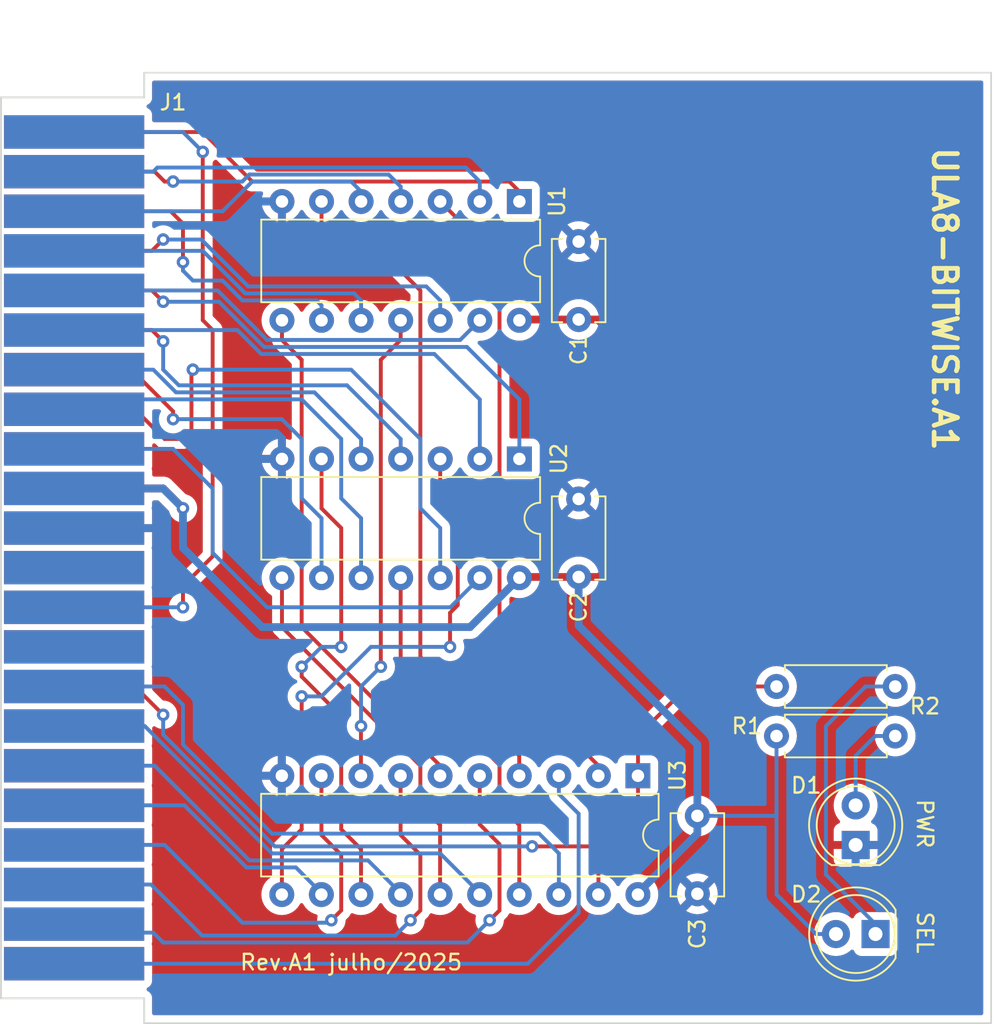
<source format=kicad_pcb>
(kicad_pcb (version 20211014) (generator pcbnew)
  (layers (0 "F.Cu" signal) (31 "B.Cu" signal) (34 "B.Paste" user) (35 "F.Paste" user) (36 "B.SilkS" user "B.Silkscreen") (37 "F.SilkS" user "F.Silkscreen") (38 "B.Mask" user) (39 "F.Mask" user) (44 "Edge.Cuts" user))
  (net 0 "")
  (net 1 "GND")
  (net 2 "+5V")
  (net 3 "Net-(D1-Pad2)")
  (net 4 "Net-(D2-Pad1)")
  (net 5 "lower_bus0")
  (net 6 "lower_bus1")
  (net 7 "lower_bus2")
  (net 8 "lower_bus3")
  (net 9 "lower_bus4")
  (net 10 "lower_bus5")
  (net 11 "lower_bus6")
  (net 12 "lower_bus7")
  (net 17 "n_select")
  (net 25 "/carry")
  (net 26 "upper_bus0")
  (net 27 "upper_bus1")
  (net 28 "upper_bus2")
  (net 29 "upper_bus3")
  (net 30 "upper_bus4")
  (net 31 "upper_bus5")
  (net 32 "upper_bus6")
  (net 33 "upper_bus7")
  (net 36 "ula_bus0")
  (net 37 "ula_bus1")
  (net 38 "ula_bus2")
  (net 39 "ula_bus3")
  (net 40 "ula_bus4")
  (net 41 "ula_bus5")
  (net 42 "ula_bus6")
  (net 43 "ula_bus7")
  (net 44 "Net-(U1-Pad3)")
  (net 45 "Net-(U1-Pad6)")
  (net 46 "Net-(U1-Pad8)")
  (net 47 "Net-(U1-Pad11)")
  (net 48 "Net-(U2-Pad3)")
  (net 49 "Net-(U2-Pad6)")
  (net 50 "Net-(U2-Pad8)")
  (net 51 "Net-(U2-Pad11)")
  (footprint "LED_THT:LED_D5.0mm" (layer "F.Cu") (at 84.46 80.01 180)
    (fp_text reference "D2" (at 4.45 2.54) (layer "F.SilkS"))
    (fp_text value "LED")
    (fp_line (start -1.29 -1.545) (end -1.29 1.545) (layer "F.SilkS") (width 0.12))
    (fp_arc (start 4.26 -0.000462) (mid 2.072002 2.880433) (end -1.29 1.54483) (layer "F.SilkS") (width 0.12))
    (fp_arc (start -1.29 -1.54483) (mid 2.072002 -2.880433) (end 4.26 0.000462) (layer "F.SilkS") (width 0.12))
    (fp_circle (center 1.27 0) (end 3.77 0) (layer "F.SilkS") (width 0.12) (fill none))
    (pad "1" thru_hole rect (at 0 0 180) (size 1.8 1.8) (drill 0.9) (layers *.Cu *.Mask) (net 4 "Net-(D2-Pad1)"))
    (pad "2" thru_hole circle (at 2.54 0 180) (size 1.8 1.8) (drill 0.9) (layers *.Cu *.Mask) (net 2 "+5V"))
  )
  (footprint "Package_DIP:DIP-20_W7.62mm" (layer "F.Cu") (at 69.21 69.86 -90)
    (fp_text reference "U3" (at -0.01 -2.545 90) (layer "F.SilkS"))
    (fp_text value "74LS244")
    (fp_line (start 2.81 -1.33) (end 1.16 -1.33) (layer "F.SilkS") (width 0.12))
    (fp_line (start 6.46 24.19) (end 6.46 -1.33) (layer "F.SilkS") (width 0.12))
    (fp_line (start 6.46 -1.33) (end 4.81 -1.33) (layer "F.SilkS") (width 0.12))
    (fp_line (start 1.16 24.19) (end 6.46 24.19) (layer "F.SilkS") (width 0.12))
    (fp_line (start 1.16 -1.33) (end 1.16 24.19) (layer "F.SilkS") (width 0.12))
    (fp_arc (start 4.81 -1.33) (mid 3.81 -0.33) (end 2.81 -1.33) (layer "F.SilkS") (width 0.12))
    (pad "1" thru_hole rect (at 0 0 270) (size 1.6 1.6) (drill 0.8) (layers *.Cu *.Mask) (net 17 "n_select"))
    (pad "2" thru_hole oval (at 0 2.54 270) (size 1.6 1.6) (drill 0.8) (layers *.Cu *.Mask) (net 44 "Net-(U1-Pad3)"))
    (pad "3" thru_hole oval (at 0 5.08 270) (size 1.6 1.6) (drill 0.8) (layers *.Cu *.Mask) (net 43 "ula_bus7"))
    (pad "4" thru_hole oval (at 0 7.62 270) (size 1.6 1.6) (drill 0.8) (layers *.Cu *.Mask) (net 45 "Net-(U1-Pad6)"))
    (pad "5" thru_hole oval (at 0 10.16 270) (size 1.6 1.6) (drill 0.8) (layers *.Cu *.Mask) (net 42 "ula_bus6"))
    (pad "6" thru_hole oval (at 0 12.7 270) (size 1.6 1.6) (drill 0.8) (layers *.Cu *.Mask) (net 46 "Net-(U1-Pad8)"))
    (pad "7" thru_hole oval (at 0 15.24 270) (size 1.6 1.6) (drill 0.8) (layers *.Cu *.Mask) (net 41 "ula_bus5"))
    (pad "8" thru_hole oval (at 0 17.78 270) (size 1.6 1.6) (drill 0.8) (layers *.Cu *.Mask) (net 47 "Net-(U1-Pad11)"))
    (pad "9" thru_hole oval (at 0 20.32 270) (size 1.6 1.6) (drill 0.8) (layers *.Cu *.Mask) (net 40 "ula_bus4"))
    (pad "10" thru_hole oval (at 0 22.86 270) (size 1.6 1.6) (drill 0.8) (layers *.Cu *.Mask) (net 1 "GND"))
    (pad "11" thru_hole oval (at 7.62 22.86 270) (size 1.6 1.6) (drill 0.8) (layers *.Cu *.Mask) (net 48 "Net-(U2-Pad3)"))
    (pad "12" thru_hole oval (at 7.62 20.32 270) (size 1.6 1.6) (drill 0.8) (layers *.Cu *.Mask) (net 39 "ula_bus3"))
    (pad "13" thru_hole oval (at 7.62 17.78 270) (size 1.6 1.6) (drill 0.8) (layers *.Cu *.Mask) (net 49 "Net-(U2-Pad6)"))
    (pad "14" thru_hole oval (at 7.62 15.24 270) (size 1.6 1.6) (drill 0.8) (layers *.Cu *.Mask) (net 38 "ula_bus2"))
    (pad "15" thru_hole oval (at 7.62 12.7 270) (size 1.6 1.6) (drill 0.8) (layers *.Cu *.Mask) (net 50 "Net-(U2-Pad8)"))
    (pad "16" thru_hole oval (at 7.62 10.16 270) (size 1.6 1.6) (drill 0.8) (layers *.Cu *.Mask) (net 37 "ula_bus1"))
    (pad "17" thru_hole oval (at 7.62 7.62 270) (size 1.6 1.6) (drill 0.8) (layers *.Cu *.Mask) (net 51 "Net-(U2-Pad11)"))
    (pad "18" thru_hole oval (at 7.62 5.08 270) (size 1.6 1.6) (drill 0.8) (layers *.Cu *.Mask) (net 36 "ula_bus0"))
    (pad "19" thru_hole oval (at 7.62 2.54 270) (size 1.6 1.6) (drill 0.8) (layers *.Cu *.Mask) (net 17 "n_select"))
    (pad "20" thru_hole oval (at 7.62 0 270) (size 1.6 1.6) (drill 0.8) (layers *.Cu *.Mask) (net 2 "+5V"))
  )
  (footprint "Resistor_THT:R_Axial_DIN0207_L6.3mm_D2.5mm_P7.62mm_Horizontal" (layer "F.Cu") (at 85.725 64.135 180)
    (fp_text reference "R2" (at -1.905 -1.27) (layer "F.SilkS"))
    (fp_text value "1K")
    (fp_line (start 0.54 -1.04) (end 0.54 -1.37) (layer "F.SilkS") (width 0.12))
    (fp_line (start 0.54 1.37) (end 7.08 1.37) (layer "F.SilkS") (width 0.12))
    (fp_line (start 0.54 1.04) (end 0.54 1.37) (layer "F.SilkS") (width 0.12))
    (fp_line (start 7.08 1.37) (end 7.08 1.04) (layer "F.SilkS") (width 0.12))
    (fp_line (start 0.54 -1.37) (end 7.08 -1.37) (layer "F.SilkS") (width 0.12))
    (fp_line (start 7.08 -1.37) (end 7.08 -1.04) (layer "F.SilkS") (width 0.12))
    (pad "1" thru_hole circle (at 0 0 180) (size 1.6 1.6) (drill 0.8) (layers *.Cu *.Mask) (net 4 "Net-(D2-Pad1)"))
    (pad "2" thru_hole oval (at 7.62 0 180) (size 1.6 1.6) (drill 0.8) (layers *.Cu *.Mask) (net 17 "n_select"))
  )
  (footprint "Resistor_THT:R_Axial_DIN0207_L6.3mm_D2.5mm_P7.62mm_Horizontal" (layer "F.Cu") (at 78.105 67.31)
    (fp_text reference "R1" (at -1.905 -0.635) (layer "F.SilkS"))
    (fp_text value "1K")
    (fp_line (start 7.08 1.37) (end 7.08 1.04) (layer "F.SilkS") (width 0.12))
    (fp_line (start 0.54 -1.37) (end 7.08 -1.37) (layer "F.SilkS") (width 0.12))
    (fp_line (start 0.54 -1.04) (end 0.54 -1.37) (layer "F.SilkS") (width 0.12))
    (fp_line (start 0.54 1.04) (end 0.54 1.37) (layer "F.SilkS") (width 0.12))
    (fp_line (start 7.08 -1.37) (end 7.08 -1.04) (layer "F.SilkS") (width 0.12))
    (fp_line (start 0.54 1.37) (end 7.08 1.37) (layer "F.SilkS") (width 0.12))
    (pad "1" thru_hole circle (at 0 0) (size 1.6 1.6) (drill 0.8) (layers *.Cu *.Mask) (net 2 "+5V"))
    (pad "2" thru_hole oval (at 7.62 0) (size 1.6 1.6) (drill 0.8) (layers *.Cu *.Mask) (net 3 "Net-(D1-Pad2)"))
  )
  (footprint "Package_DIP:DIP-14_W7.62mm" (layer "F.Cu") (at 61.6 49.54 -90)
    (fp_text reference "U2" (at -0.01 -2.535 90) (layer "F.SilkS"))
    (fp_text value "74LS32")
    (fp_line (start 6.46 -1.33) (end 4.81 -1.33) (layer "F.SilkS") (width 0.12))
    (fp_line (start 2.81 -1.33) (end 1.16 -1.33) (layer "F.SilkS") (width 0.12))
    (fp_line (start 1.16 -1.33) (end 1.16 16.57) (layer "F.SilkS") (width 0.12))
    (fp_line (start 1.16 16.57) (end 6.46 16.57) (layer "F.SilkS") (width 0.12))
    (fp_line (start 6.46 16.57) (end 6.46 -1.33) (layer "F.SilkS") (width 0.12))
    (fp_arc (start 4.81 -1.33) (mid 3.81 -0.33) (end 2.81 -1.33) (layer "F.SilkS") (width 0.12))
    (pad "1" thru_hole rect (at 0 0 270) (size 1.6 1.6) (drill 0.8) (layers *.Cu *.Mask) (net 9 "lower_bus4"))
    (pad "2" thru_hole oval (at 0 2.54 270) (size 1.6 1.6) (drill 0.8) (layers *.Cu *.Mask) (net 30 "upper_bus4"))
    (pad "3" thru_hole oval (at 0 5.08 270) (size 1.6 1.6) (drill 0.8) (layers *.Cu *.Mask) (net 48 "Net-(U2-Pad3)"))
    (pad "4" thru_hole oval (at 0 7.62 270) (size 1.6 1.6) (drill 0.8) (layers *.Cu *.Mask) (net 10 "lower_bus5"))
    (pad "5" thru_hole oval (at 0 10.16 270) (size 1.6 1.6) (drill 0.8) (layers *.Cu *.Mask) (net 31 "upper_bus5"))
    (pad "6" thru_hole oval (at 0 12.7 270) (size 1.6 1.6) (drill 0.8) (layers *.Cu *.Mask) (net 49 "Net-(U2-Pad6)"))
    (pad "7" thru_hole oval (at 0 15.24 270) (size 1.6 1.6) (drill 0.8) (layers *.Cu *.Mask) (net 1 "GND"))
    (pad "8" thru_hole oval (at 7.62 15.24 270) (size 1.6 1.6) (drill 0.8) (layers *.Cu *.Mask) (net 50 "Net-(U2-Pad8)"))
    (pad "9" thru_hole oval (at 7.62 12.7 270) (size 1.6 1.6) (drill 0.8) (layers *.Cu *.Mask) (net 11 "lower_bus6"))
    (pad "10" thru_hole oval (at 7.62 10.16 270) (size 1.6 1.6) (drill 0.8) (layers *.Cu *.Mask) (net 32 "upper_bus6"))
    (pad "11" thru_hole oval (at 7.62 7.62 270) (size 1.6 1.6) (drill 0.8) (layers *.Cu *.Mask) (net 51 "Net-(U2-Pad11)"))
    (pad "12" thru_hole oval (at 7.62 5.08 270) (size 1.6 1.6) (drill 0.8) (layers *.Cu *.Mask) (net 12 "lower_bus7"))
    (pad "13" thru_hole oval (at 7.62 2.54 270) (size 1.6 1.6) (drill 0.8) (layers *.Cu *.Mask) (net 33 "upper_bus7"))
    (pad "14" thru_hole oval (at 7.62 0 270) (size 1.6 1.6) (drill 0.8) (layers *.Cu *.Mask) (net 2 "+5V"))
  )
  (footprint "Capacitor_THT:C_Disc_D5.1mm_W3.2mm_P5.00mm" (layer "F.Cu") (at 73.025 77.43 90)
    (fp_text reference "C3" (at -2.58 0 90) (layer "F.SilkS"))
    (fp_text value "100nF")
    (fp_line (start -0.17 1.721) (end 5.17 1.721) (layer "F.SilkS") (width 0.12))
    (fp_line (start 5.17 1.055) (end 5.17 1.721) (layer "F.SilkS") (width 0.12))
    (fp_line (start -0.17 -1.721) (end -0.17 -1.055) (layer "F.SilkS") (width 0.12))
    (fp_line (start 5.17 -1.721) (end 5.17 -1.055) (layer "F.SilkS") (width 0.12))
    (fp_line (start -0.17 -1.721) (end 5.17 -1.721) (layer "F.SilkS") (width 0.12))
    (fp_line (start -0.17 1.055) (end -0.17 1.721) (layer "F.SilkS") (width 0.12))
    (pad "1" thru_hole circle (at 0 0 90) (size 1.6 1.6) (drill 0.8) (layers *.Cu *.Mask) (net 1 "GND"))
    (pad "2" thru_hole circle (at 5 0 90) (size 1.6 1.6) (drill 0.8) (layers *.Cu *.Mask) (net 2 "+5V"))
  )
  (footprint "LED_THT:LED_D5.0mm" (layer "F.Cu") (at 83.185 74.3 90)
    (fp_text reference "D1" (at 3.815 -3.175 180) (layer "F.SilkS"))
    (fp_text value "LED")
    (fp_line (start -1.29 -1.545) (end -1.29 1.545) (layer "F.SilkS") (width 0.12))
    (fp_arc (start -1.29 -1.54483) (mid 2.072002 -2.880433) (end 4.26 0.000462) (layer "F.SilkS") (width 0.12))
    (fp_arc (start 4.26 -0.000462) (mid 2.072002 2.880433) (end -1.29 1.54483) (layer "F.SilkS") (width 0.12))
    (fp_circle (center 1.27 0) (end 3.77 0) (layer "F.SilkS") (width 0.12) (fill none))
    (pad "1" thru_hole rect (at 0 0 90) (size 1.8 1.8) (drill 0.9) (layers *.Cu *.Mask) (net 1 "GND"))
    (pad "2" thru_hole circle (at 2.54 0 90) (size 1.8 1.8) (drill 0.9) (layers *.Cu *.Mask) (net 3 "Net-(D1-Pad2)"))
  )
  (footprint "Capacitor_THT:C_Disc_D5.1mm_W3.2mm_P5.00mm" (layer "F.Cu") (at 65.405 35.6 -90)
    (fp_text reference "C1" (at 6.945 0 90) (layer "F.SilkS"))
    (fp_text value "100nF")
    (fp_line (start -0.17 -1.721) (end 5.17 -1.721) (layer "F.SilkS") (width 0.12))
    (fp_line (start 5.17 1.055) (end 5.17 1.721) (layer "F.SilkS") (width 0.12))
    (fp_line (start -0.17 1.055) (end -0.17 1.721) (layer "F.SilkS") (width 0.12))
    (fp_line (start -0.17 1.721) (end 5.17 1.721) (layer "F.SilkS") (width 0.12))
    (fp_line (start 5.17 -1.721) (end 5.17 -1.055) (layer "F.SilkS") (width 0.12))
    (fp_line (start -0.17 -1.721) (end -0.17 -1.055) (layer "F.SilkS") (width 0.12))
    (pad "1" thru_hole circle (at 0 0 270) (size 1.6 1.6) (drill 0.8) (layers *.Cu *.Mask) (net 1 "GND"))
    (pad "2" thru_hole circle (at 5 0 270) (size 1.6 1.6) (drill 0.8) (layers *.Cu *.Mask) (net 2 "+5V"))
  )
  (footprint "Capacitor_THT:C_Disc_D5.1mm_W3.2mm_P5.00mm" (layer "F.Cu") (at 65.405 52.11 -90)
    (fp_text reference "C2" (at 6.945 0 90) (layer "F.SilkS"))
    (fp_text value "100nF")
    (fp_line (start 5.17 1.055) (end 5.17 1.721) (layer "F.SilkS") (width 0.12))
    (fp_line (start -0.17 -1.721) (end -0.17 -1.055) (layer "F.SilkS") (width 0.12))
    (fp_line (start -0.17 1.055) (end -0.17 1.721) (layer "F.SilkS") (width 0.12))
    (fp_line (start 5.17 -1.721) (end 5.17 -1.055) (layer "F.SilkS") (width 0.12))
    (fp_line (start -0.17 1.721) (end 5.17 1.721) (layer "F.SilkS") (width 0.12))
    (fp_line (start -0.17 -1.721) (end 5.17 -1.721) (layer "F.SilkS") (width 0.12))
    (pad "1" thru_hole circle (at 0 0 270) (size 1.6 1.6) (drill 0.8) (layers *.Cu *.Mask) (net 1 "GND"))
    (pad "2" thru_hole circle (at 5 0 270) (size 1.6 1.6) (drill 0.8) (layers *.Cu *.Mask) (net 2 "+5V"))
  )
  (footprint "edge_connector:edge-connector-44" (layer "F.Cu") (at 33.02 28.575)
    (fp_text reference "J1" (at 6.35 -1.905 unlocked) (layer "F.SilkS"))
    (fp_text value "ula8a")
    (fp_line (start 4.5 55.56) (end 4.5 57.15) (layer "Edge.Cuts") (width 0.12))
    (fp_line (start -4.699 -2.22) (end -4.699 55.56) (layer "Edge.Cuts") (width 0.12))
    (fp_line (start 4.5 -2.22) (end 4.5 -3.81) (layer "Edge.Cuts") (width 0.12))
    (fp_line (start -4.699 55.56) (end 4.5 55.56) (layer "Edge.Cuts") (width 0.12))
    (fp_line (start -4.699 -2.22) (end 4.5 -2.22) (layer "Edge.Cuts") (width 0.12))
    (pad "1" connect rect (at 0 0) (size 9 2.14) (layers "F.Cu" "F.Mask") (net 5 "lower_bus0"))
    (pad "2" connect rect (at 0 2.54) (size 9 2.14) (layers "F.Cu" "F.Mask") (net 6 "lower_bus1"))
    (pad "3" connect rect (at 0 5.08) (size 9 2.14) (layers "F.Cu" "F.Mask") (net 7 "lower_bus2"))
    (pad "4" connect rect (at 0 7.62) (size 9 2.14) (layers "F.Cu" "F.Mask") (net 8 "lower_bus3"))
    (pad "5" connect rect (at 0 10.16) (size 9 2.14) (layers "F.Cu" "F.Mask") (net 9 "lower_bus4"))
    (pad "6" connect rect (at 0 12.7) (size 9 2.14) (layers "F.Cu" "F.Mask") (net 10 "lower_bus5"))
    (pad "7" connect rect (at 0 15.24) (size 9 2.14) (layers "F.Cu" "F.Mask") (net 11 "lower_bus6"))
    (pad "8" connect rect (at 0 17.78) (size 9 2.14) (layers "F.Cu" "F.Mask") (net 12 "lower_bus7"))
    (pad "9" connect rect (at 0 20.32) (size 9 2.14) (layers "F.Cu" "F.Mask"))
    (pad "10" connect rect (at 0 22.86) (size 9 2.14) (layers "F.Cu" "F.Mask") (net 2 "+5V"))
    (pad "11" connect rect (at 0 25.4) (size 9 2.14) (layers "F.Cu" "F.Mask") (net 1 "GND"))
    (pad "12" connect rect (at 0 27.94) (size 9 2.14) (layers "F.Cu" "F.Mask"))
    (pad "13" connect rect (at 0 30.48) (size 9 2.14) (layers "F.Cu" "F.Mask"))
    (pad "14" connect rect (at 0 33.02) (size 9 2.14) (layers "F.Cu" "F.Mask"))
    (pad "15" connect rect (at 0 35.56) (size 9 2.14) (layers "F.Cu" "F.Mask") (net 17 "n_select"))
    (pad "16" connect rect (at 0 38.1) (size 9 2.14) (layers "F.Cu" "F.Mask"))
    (pad "17" connect rect (at 0 40.64) (size 9 2.14) (layers "F.Cu" "F.Mask"))
    (pad "18" connect rect (at 0 43.18) (size 9 2.14) (layers "F.Cu" "F.Mask"))
    (pad "19" connect rect (at 0 45.72) (size 9 2.14) (layers "F.Cu" "F.Mask"))
    (pad "20" connect rect (at 0 48.26) (size 9 2.14) (layers "F.Cu" "F.Mask"))
    (pad "21" connect rect (at 0 50.8) (size 9 2.14) (layers "F.Cu" "F.Mask"))
    (pad "22" connect rect (at 0 53.34) (size 9 2.14) (layers "F.Cu" "F.Mask"))
    (pad "23" connect rect (at 0 0) (size 9 2.14) (layers "B.Cu" "F.Mask") (net 25 "/carry"))
    (pad "24" connect rect (at 0 2.54) (size 9 2.14) (layers "B.Cu" "F.Mask") (net 26 "upper_bus0"))
    (pad "25" connect rect (at 0 5.08) (size 9 2.14) (layers "B.Cu" "F.Mask") (net 27 "upper_bus1"))
    (pad "26" connect rect (at 0 7.62) (size 9 2.14) (layers "B.Cu" "F.Mask") (net 28 "upper_bus2"))
    (pad "27" connect rect (at 0 10.16) (size 9 2.14) (layers "B.Cu" "F.Mask") (net 29 "upper_bus3"))
    (pad "28" connect rect (at 0 12.7) (size 9 2.14) (layers "B.Cu" "F.Mask") (net 30 "upper_bus4"))
    (pad "29" connect rect (at 0 15.24) (size 9 2.14) (layers "B.Cu" "F.Mask") (net 31 "upper_bus5"))
    (pad "30" connect rect (at 0 17.78) (size 9 2.14) (layers "B.Cu" "F.Mask") (net 32 "upper_bus6"))
    (pad "31" connect rect (at 0 20.32) (size 9 2.14) (layers "B.Cu" "F.Mask") (net 33 "upper_bus7"))
    (pad "32" connect rect (at 0 22.86) (size 9 2.14) (layers "B.Cu" "F.Mask") (net 2 "+5V"))
    (pad "33" connect rect (at 0 25.4) (size 9 2.14) (layers "B.Cu" "F.Mask") (net 1 "GND"))
    (pad "34" connect rect (at 0 27.94) (size 9 2.14) (layers "B.Cu" "F.Mask"))
    (pad "35" connect rect (at 0 30.48) (size 9 2.14) (layers "B.Cu" "F.Mask") (net 25 "/carry"))
    (pad "36" connect rect (at 0 33.02) (size 9 2.14) (layers "B.Cu" "F.Mask"))
    (pad "37" connect rect (at 0 35.56) (size 9 2.14) (layers "B.Cu" "F.Mask") (net 36 "ula_bus0"))
    (pad "38" connect rect (at 0 38.1) (size 9 2.14) (layers "B.Cu" "F.Mask") (net 37 "ula_bus1"))
    (pad "39" connect rect (at 0 40.64) (size 9 2.14) (layers "B.Cu" "F.Mask") (net 38 "ula_bus2"))
    (pad "40" connect rect (at 0 43.18) (size 9 2.14) (layers "B.Cu" "F.Mask") (net 39 "ula_bus3"))
    (pad "41" connect rect (at 0 45.72) (size 9 2.14) (layers "B.Cu" "F.Mask") (net 40 "ula_bus4"))
    (pad "42" connect rect (at 0 48.26) (size 9 2.14) (layers "B.Cu" "F.Mask") (net 41 "ula_bus5"))
    (pad "43" connect rect (at 0 50.8) (size 9 2.14) (layers "B.Cu" "F.Mask") (net 42 "ula_bus6"))
    (pad "44" connect rect (at 0 53.34) (size 9 2.14) (layers "B.Cu" "F.Mask") (net 43 "ula_bus7"))
  )
  (footprint "Package_DIP:DIP-14_W7.62mm" (layer "F.Cu") (at 61.6 33.03 -90)
    (fp_text reference "U1" (at -0.01 -2.417 90) (layer "F.SilkS"))
    (fp_text value "74LS32")
    (fp_line (start 6.46 16.57) (end 6.46 -1.33) (layer "F.SilkS") (width 0.12))
    (fp_line (start 2.81 -1.33) (end 1.16 -1.33) (layer "F.SilkS") (width 0.12))
    (fp_line (start 1.16 16.57) (end 6.46 16.57) (layer "F.SilkS") (width 0.12))
    (fp_line (start 6.46 -1.33) (end 4.81 -1.33) (layer "F.SilkS") (width 0.12))
    (fp_line (start 1.16 -1.33) (end 1.16 16.57) (layer "F.SilkS") (width 0.12))
    (fp_arc (start 4.81 -1.33) (mid 3.81 -0.33) (end 2.81 -1.33) (layer "F.SilkS") (width 0.12))
    (pad "1" thru_hole rect (at 0 0 270) (size 1.6 1.6) (drill 0.8) (layers *.Cu *.Mask) (net 5 "lower_bus0"))
    (pad "2" thru_hole oval (at 0 2.54 270) (size 1.6 1.6) (drill 0.8) (layers *.Cu *.Mask) (net 26 "upper_bus0"))
    (pad "3" thru_hole oval (at 0 5.08 270) (size 1.6 1.6) (drill 0.8) (layers *.Cu *.Mask) (net 44 "Net-(U1-Pad3)"))
    (pad "4" thru_hole oval (at 0 7.62 270) (size 1.6 1.6) (drill 0.8) (layers *.Cu *.Mask) (net 6 "lower_bus1"))
    (pad "5" thru_hole oval (at 0 10.16 270) (size 1.6 1.6) (drill 0.8) (layers *.Cu *.Mask) (net 27 "upper_bus1"))
    (pad "6" thru_hole oval (at 0 12.7 270) (size 1.6 1.6) (drill 0.8) (layers *.Cu *.Mask) (net 45 "Net-(U1-Pad6)"))
    (pad "7" thru_hole oval (at 0 15.24 270) (size 1.6 1.6) (drill 0.8) (layers *.Cu *.Mask) (net 1 "GND"))
    (pad "8" thru_hole oval (at 7.62 15.24 270) (size 1.6 1.6) (drill 0.8) (layers *.Cu *.Mask) (net 46 "Net-(U1-Pad8)"))
    (pad "9" thru_hole oval (at 7.62 12.7 270) (size 1.6 1.6) (drill 0.8) (layers *.Cu *.Mask) (net 7 "lower_bus2"))
    (pad "10" thru_hole oval (at 7.62 10.16 270) (size 1.6 1.6) (drill 0.8) (layers *.Cu *.Mask) (net 28 "upper_bus2"))
    (pad "11" thru_hole oval (at 7.62 7.62 270) (size 1.6 1.6) (drill 0.8) (layers *.Cu *.Mask) (net 47 "Net-(U1-Pad11)"))
    (pad "12" thru_hole oval (at 7.62 5.08 270) (size 1.6 1.6) (drill 0.8) (layers *.Cu *.Mask) (net 8 "lower_bus3"))
    (pad "13" thru_hole oval (at 7.62 2.54 270) (size 1.6 1.6) (drill 0.8) (layers *.Cu *.Mask) (net 29 "upper_bus3"))
    (pad "14" thru_hole oval (at 7.62 0 270) (size 1.6 1.6) (drill 0.8) (layers *.Cu *.Mask) (net 2 "+5V"))
  )
  (gr_line (start 91.881 85.725) (end 91.881 24.765) (layer "Edge.Cuts") (width 0.1))
  (gr_line (start 91.881 24.765) (end 37.52 24.765) (layer "Edge.Cuts") (width 0.1))
  (gr_line (start 37.52 85.725) (end 91.881 85.725) (layer "Edge.Cuts") (width 0.1))
  (gr_text "ULA8-BITWISE.A1" (at 88.9 39.28 270) (layer "F.SilkS") (effects (font (size 1.5 1.5) (thickness 0.3))))
  (gr_text "SEL" (at 87.63 79.92 270) (layer "F.SilkS") (effects (font (size 1 1))))
  (gr_text "Rev.A1 julho/2025" (at 50.8 81.825) (layer "F.SilkS") (effects (font (size 1 1))))
  (gr_text "PWR" (at 87.63 72.935 270) (layer "F.SilkS") (effects (font (size 1 1))))
  (segment (start 65.405 40.6) (end 61.65 40.6) (width 0.5) (layer "F.Cu") (net 2))
  (segment (start 66.715 57.11) (end 67.31 56.515) (width 0.5) (layer "F.Cu") (net 2))
  (segment (start 61.65 57.11) (end 61.6 57.16) (width 0.5) (layer "F.Cu") (net 2))
  (segment (start 67.31 56.515) (end 67.31 41.275) (width 0.5) (layer "F.Cu") (net 2))
  (segment (start 61.65 40.6) (end 61.6 40.65) (width 0.5) (layer "F.Cu") (net 2))
  (segment (start 40.005 52.705) (end 38.735 51.435) (width 0.5) (layer "F.Cu") (net 2))
  (segment (start 66.635 40.6) (end 65.405 40.6) (width 0.5) (layer "F.Cu") (net 2))
  (segment (start 38.735 51.435) (end 33.214 51.435) (width 0.5) (layer "F.Cu") (net 2))
  (segment (start 67.31 41.275) (end 66.635 40.6) (width 0.5) (layer "F.Cu") (net 2))
  (segment (start 65.405 57.11) (end 61.65 57.11) (width 0.5) (layer "F.Cu") (net 2))
  (segment (start 65.405 57.11) (end 66.715 57.11) (width 0.5) (layer "F.Cu") (net 2))
  (via (at 40.005 52.705) (size 0.8) (drill 0.4) (layers "F.Cu" "B.Cu") (net 2))
  (segment (start 78.065 72.43) (end 78.105 72.39) (width 0.25) (layer "B.Cu") (net 2))
  (segment (start 80.645 80.01) (end 81.92 80.01) (width 0.25) (layer "B.Cu") (net 2))
  (segment (start 73.025 67.855) (end 73.025 73.57) (width 0.5) (layer "B.Cu") (net 2))
  (segment (start 58.435 60.325) (end 61.6 57.16) (width 0.5) (layer "B.Cu") (net 2))
  (segment (start 65.405 60.235) (end 65.405 57.11) (width 0.5) (layer "B.Cu") (net 2))
  (segment (start 78.105 67.31) (end 78.105 71.755) (width 0.25) (layer "B.Cu") (net 2))
  (segment (start 73.025 67.855) (end 65.405 60.235) (width 0.5) (layer "B.Cu") (net 2))
  (segment (start 40.005 52.705) (end 38.735 51.435) (width 0.5) (layer "B.Cu") (net 2))
  (segment (start 40.005 52.705) (end 40.005 55.245) (width 0.5) (layer "B.Cu") (net 2))
  (segment (start 45.085 60.325) (end 58.435 60.325) (width 0.5) (layer "B.Cu") (net 2))
  (segment (start 78.105 71.755) (end 78.105 77.47) (width 0.25) (layer "B.Cu") (net 2))
  (segment (start 73.025 72.43) (end 78.065 72.43) (width 0.25) (layer "B.Cu") (net 2))
  (segment (start 38.735 51.435) (end 33.214 51.435) (width 0.5) (layer "B.Cu") (net 2))
  (segment (start 73.025 73.57) (end 69.215 77.38) (width 0.5) (layer "B.Cu") (net 2))
  (segment (start 78.105 72.39) (end 78.105 71.755) (width 0.25) (layer "B.Cu") (net 2))
  (segment (start 40.005 55.245) (end 45.085 60.325) (width 0.5) (layer "B.Cu") (net 2))
  (segment (start 78.105 77.47) (end 80.645 80.01) (width 0.25) (layer "B.Cu") (net 2))
  (segment (start 84.455 67.31) (end 85.725 67.31) (width 0.25) (layer "B.Cu") (net 3))
  (segment (start 83.185 71.76) (end 83.185 68.58) (width 0.25) (layer "B.Cu") (net 3))
  (segment (start 83.185 68.58) (end 84.455 67.31) (width 0.25) (layer "B.Cu") (net 3))
  (segment (start 84.46 80.01) (end 84.46 79.38) (width 0.25) (layer "B.Cu") (net 4))
  (segment (start 83.82 64.135) (end 85.725 64.135) (width 0.25) (layer "B.Cu") (net 4))
  (segment (start 81.28 66.675) (end 83.82 64.135) (width 0.25) (layer "B.Cu") (net 4))
  (segment (start 84.46 79.38) (end 81.28 76.2) (width 0.25) (layer "B.Cu") (net 4))
  (segment (start 81.28 76.2) (end 81.28 66.675) (width 0.25) (layer "B.Cu") (net 4))
  (segment (start 41.275 28.575) (end 44.45 31.75) (width 0.25) (layer "F.Cu") (net 5))
  (segment (start 44.45 31.75) (end 60.9575 31.75) (width 0.25) (layer "F.Cu") (net 5))
  (segment (start 60.9575 31.75) (end 61.6 32.3925) (width 0.25) (layer "F.Cu") (net 5))
  (segment (start 61.6 32.3925) (end 61.6 33.03) (width 0.25) (layer "F.Cu") (net 5))
  (segment (start 33.214 28.575) (end 41.275 28.575) (width 0.25) (layer "F.Cu") (net 5))
  (segment (start 38.19 31.115) (end 33.214 31.115) (width 0.25) (layer "F.Cu") (net 6))
  (segment (start 38.825 31.75) (end 38.19 31.115) (width 0.25) (layer "F.Cu") (net 6))
  (segment (start 39.37 31.75) (end 38.825 31.75) (width 0.25) (layer "F.Cu") (net 6))
  (via (at 39.37 31.75) (size 0.8) (drill 0.4) (layers "F.Cu" "B.Cu") (net 6))
  (segment (start 43.814282 31.75) (end 44.263802 31.30048) (width 0.25) (layer "B.Cu") (net 6))
  (segment (start 44.263802 31.30048) (end 53.20548 31.30048) (width 0.25) (layer "B.Cu") (net 6))
  (segment (start 39.37 31.75) (end 43.814282 31.75) (width 0.25) (layer "B.Cu") (net 6))
  (segment (start 53.98 32.075) (end 53.98 33.03) (width 0.25) (layer "B.Cu") (net 6))
  (segment (start 53.20548 31.30048) (end 53.98 32.075) (width 0.25) (layer "B.Cu") (net 6))
  (segment (start 40.005 36.9195) (end 40.005 34.445886) (width 0.25) (layer "F.Cu") (net 7))
  (segment (start 40.005 34.445886) (end 39.214114 33.655) (width 0.25) (layer "F.Cu") (net 7))
  (segment (start 39.214114 33.655) (end 33.214 33.655) (width 0.25) (layer "F.Cu") (net 7))
  (via (at 40.005 36.9195) (size 0.8) (drill 0.4) (layers "F.Cu" "B.Cu") (net 7))
  (segment (start 40.005 36.9195) (end 40.005 37.465) (width 0.25) (layer "B.Cu") (net 7))
  (segment (start 43.82 39.375) (end 48.58 39.375) (width 0.25) (layer "B.Cu") (net 7))
  (segment (start 42.545 38.1) (end 43.82 39.375) (width 0.25) (layer "B.Cu") (net 7))
  (segment (start 40.005 37.465) (end 40.64 38.1) (width 0.25) (layer "B.Cu") (net 7))
  (segment (start 48.9 39.695) (end 48.9 40.65) (width 0.25) (layer "B.Cu") (net 7))
  (segment (start 48.58 39.375) (end 48.9 39.695) (width 0.25) (layer "B.Cu") (net 7))
  (segment (start 40.64 38.1) (end 42.545 38.1) (width 0.25) (layer "B.Cu") (net 7))
  (segment (start 38.735 35.4705) (end 38.0105 36.195) (width 0.25) (layer "F.Cu") (net 8))
  (segment (start 38.0105 36.195) (end 33.214 36.195) (width 0.25) (layer "F.Cu") (net 8))
  (via (at 38.735 35.4705) (size 0.8) (drill 0.4) (layers "F.Cu" "B.Cu") (net 8))
  (segment (start 44.192395 38.47596) (end 55.62096 38.47596) (width 0.25) (layer "B.Cu") (net 8))
  (segment (start 56.52 39.375) (end 56.52 40.65) (width 0.25) (layer "B.Cu") (net 8))
  (segment (start 55.62096 38.47596) (end 56.52 39.375) (width 0.25) (layer "B.Cu") (net 8))
  (segment (start 41.186935 35.4705) (end 44.192395 38.47596) (width 0.25) (layer "B.Cu") (net 8))
  (segment (start 38.735 35.4705) (end 41.186935 35.4705) (width 0.25) (layer "B.Cu") (net 8))
  (segment (start 38.0105 38.735) (end 33.214 38.735) (width 0.25) (layer "F.Cu") (net 9))
  (segment (start 38.735 39.4595) (end 38.0105 38.735) (width 0.25) (layer "F.Cu") (net 9))
  (via (at 38.735 39.4595) (size 0.8) (drill 0.4) (layers "F.Cu" "B.Cu") (net 9))
  (segment (start 38.735 39.4595) (end 42.316282 39.4595) (width 0.25) (layer "B.Cu") (net 9))
  (segment (start 42.316282 39.4595) (end 45.216303 42.35952) (width 0.25) (layer "B.Cu") (net 9))
  (segment (start 61.6 45.725) (end 61.6 49.54) (width 0.25) (layer "B.Cu") (net 9))
  (segment (start 58.23452 42.35952) (end 61.6 45.725) (width 0.25) (layer "B.Cu") (net 9))
  (segment (start 45.216303 42.35952) (end 58.23452 42.35952) (width 0.25) (layer "B.Cu") (net 9))
  (segment (start 38.0105 41.275) (end 33.214 41.275) (width 0.25) (layer "F.Cu") (net 10))
  (segment (start 38.735 41.9995) (end 38.0105 41.275) (width 0.25) (layer "F.Cu") (net 10))
  (via (at 38.735 41.9995) (size 0.8) (drill 0.4) (layers "F.Cu" "B.Cu") (net 10))
  (segment (start 38.735 43.814282) (end 39.741678 44.82096) (width 0.25) (layer "B.Cu") (net 10))
  (segment (start 53.98 48.265) (end 53.98 49.54) (width 0.25) (layer "B.Cu") (net 10))
  (segment (start 38.735 41.9995) (end 38.735 43.814282) (width 0.25) (layer "B.Cu") (net 10))
  (segment (start 39.741678 44.82096) (end 50.53596 44.82096) (width 0.25) (layer "B.Cu") (net 10))
  (segment (start 50.53596 44.82096) (end 53.98 48.265) (width 0.25) (layer "B.Cu") (net 10))
  (segment (start 39.37 46.99) (end 39.37 46.485978) (width 0.25) (layer "F.Cu") (net 11))
  (segment (start 36.699022 43.815) (end 33.214 43.815) (width 0.25) (layer "F.Cu") (net 11))
  (segment (start 39.37 46.485978) (end 36.699022 43.815) (width 0.25) (layer "F.Cu") (net 11))
  (via (at 39.37 46.99) (size 0.8) (drill 0.4) (layers "F.Cu" "B.Cu") (net 11))
  (segment (start 48.9 53.345) (end 48.9 57.16) (width 0.25) (layer "B.Cu") (net 11))
  (segment (start 39.37 46.99) (end 46.355 46.99) (width 0.25) (layer "B.Cu") (net 11))
  (segment (start 47.625 48.26) (end 47.625 52.07) (width 0.25) (layer "B.Cu") (net 11))
  (segment (start 47.625 52.07) (end 48.9 53.345) (width 0.25) (layer "B.Cu") (net 11))
  (segment (start 46.355 46.99) (end 47.625 48.26) (width 0.25) (layer "B.Cu") (net 11))
  (segment (start 38.825 48.26) (end 36.92 46.355) (width 0.25) (layer "F.Cu") (net 12))
  (segment (start 36.92 46.355) (end 33.214 46.355) (width 0.25) (layer "F.Cu") (net 12))
  (segment (start 40.64 43.815) (end 40.5505 43.9045) (width 0.25) (layer "F.Cu") (net 12))
  (segment (start 40.5505 47.7145) (end 40.005 48.26) (width 0.25) (layer "F.Cu") (net 12))
  (segment (start 40.005 48.26) (end 38.825 48.26) (width 0.25) (layer "F.Cu") (net 12))
  (segment (start 40.5505 43.9045) (end 40.5505 47.7145) (width 0.25) (layer "F.Cu") (net 12))
  (via (at 40.64 43.815) (size 0.8) (drill 0.4) (layers "F.Cu" "B.Cu") (net 12))
  (segment (start 56.52 53.98) (end 56.52 57.16) (width 0.25) (layer "B.Cu") (net 12))
  (segment (start 55.245 52.705) (end 56.52 53.98) (width 0.25) (layer "B.Cu") (net 12))
  (segment (start 40.64 43.815) (end 50.8 43.815) (width 0.25) (layer "B.Cu") (net 12))
  (segment (start 55.245 48.26) (end 55.245 52.705) (width 0.25) (layer "B.Cu") (net 12))
  (segment (start 50.8 43.815) (end 55.245 48.26) (width 0.25) (layer "B.Cu") (net 12))
  (segment (start 72.39 64.135) (end 69.215 67.31) (width 0.25) (layer "F.Cu") (net 17))
  (segment (start 65.59048 74.39048) (end 66.48952 74.39048) (width 0.25) (layer "F.Cu") (net 17))
  (segment (start 62.41548 74.39048) (end 65.59048 74.39048) (width 0.25) (layer "F.Cu") (net 17))
  (segment (start 69.215 67.31) (end 69.215 72.3) (width 0.25) (layer "F.Cu") (net 17))
  (segment (start 67.12452 74.39048) (end 66.48952 74.39048) (width 0.25) (layer "F.Cu") (net 17))
  (segment (start 69.215 72.3) (end 67.12452 74.39048) (width 0.25) (layer "F.Cu") (net 17))
  (segment (start 66.675 74.57596) (end 66.48952 74.39048) (width 0.25) (layer "F.Cu") (net 17))
  (segment (start 33.214 64.135) (end 36.92 64.135) (width 0.25) (layer "F.Cu") (net 17))
  (segment (start 66.675 77.38) (end 66.675 74.57596) (width 0.25) (layer "F.Cu") (net 17))
  (segment (start 78.105 64.135) (end 72.39 64.135) (width 0.25) (layer "F.Cu") (net 17))
  (segment (start 36.92 64.135) (end 38.735 65.95) (width 0.25) (layer "F.Cu") (net 17))
  (via (at 62.41548 74.39048) (size 0.8) (drill 0.4) (layers "F.Cu" "B.Cu") (net 17))
  (via (at 38.735 65.95) (size 0.8) (drill 0.4) (layers "F.Cu" "B.Cu") (net 17))
  (segment (start 38.735 67.219282) (end 38.735 65.95) (width 0.25) (layer "B.Cu") (net 17))
  (segment (start 45.906198 74.39048) (end 38.735 67.219282) (width 0.25) (layer "B.Cu") (net 17))
  (segment (start 62.41548 74.39048) (end 45.906198 74.39048) (width 0.25) (layer "B.Cu") (net 17))
  (segment (start 40.005 57.695) (end 41.91 55.79) (width 0.25) (layer "F.Cu") (net 25))
  (segment (start 41.91 41.275) (end 41.275 40.64) (width 0.25) (layer "F.Cu") (net 25))
  (segment (start 41.91 55.79) (end 41.91 41.275) (width 0.25) (layer "F.Cu") (net 25))
  (segment (start 40.005 59.055) (end 40.005 57.695) (width 0.25) (layer "F.Cu") (net 25))
  (segment (start 41.275 40.64) (end 41.275 29.845) (width 0.25) (layer "F.Cu") (net 25))
  (via (at 41.275 29.845) (size 0.8) (drill 0.4) (layers "F.Cu" "B.Cu") (net 25))
  (via (at 40.005 59.055) (size 0.8) (drill 0.4) (layers "F.Cu" "B.Cu") (net 25))
  (segment (start 40.005 59.055) (end 33.214 59.055) (width 0.25) (layer "B.Cu") (net 25))
  (segment (start 33.02 28.575) (end 40.005 28.575) (width 0.25) (layer "B.Cu") (net 25))
  (segment (start 40.005 28.575) (end 41.275 29.845) (width 0.25) (layer "B.Cu") (net 25))
  (segment (start 59.06 31.755) (end 59.06 33.03) (width 0.25) (layer "B.Cu") (net 26))
  (segment (start 38.1 31.115) (end 38.36404 30.85096) (width 0.25) (layer "B.Cu") (net 26))
  (segment (start 38.36404 30.85096) (end 58.15596 30.85096) (width 0.25) (layer "B.Cu") (net 26))
  (segment (start 58.15596 30.85096) (end 59.06 31.755) (width 0.25) (layer "B.Cu") (net 26))
  (segment (start 33.02 31.115) (end 38.1 31.115) (width 0.25) (layer "B.Cu") (net 26))
  (segment (start 51.44 32.39) (end 51.44 33.03) (width 0.25) (layer "B.Cu") (net 27))
  (segment (start 50.8 31.75) (end 51.44 32.39) (width 0.25) (layer "B.Cu") (net 27))
  (segment (start 42.545 33.655) (end 44.45 31.75) (width 0.25) (layer "B.Cu") (net 27))
  (segment (start 33.02 33.655) (end 42.545 33.655) (width 0.25) (layer "B.Cu") (net 27))
  (segment (start 44.45 31.75) (end 50.8 31.75) (width 0.25) (layer "B.Cu") (net 27))
  (segment (start 50.99048 38.92548) (end 51.44 39.375) (width 0.25) (layer "B.Cu") (net 28))
  (segment (start 33.02 36.195) (end 41.275717 36.195) (width 0.25) (layer "B.Cu") (net 28))
  (segment (start 44.006197 38.92548) (end 50.99048 38.92548) (width 0.25) (layer "B.Cu") (net 28))
  (segment (start 51.44 39.375) (end 51.44 40.65) (width 0.25) (layer "B.Cu") (net 28))
  (segment (start 41.275717 36.195) (end 44.006197 38.92548) (width 0.25) (layer "B.Cu") (net 28))
  (segment (start 57.8 41.91) (end 59.06 40.65) (width 0.25) (layer "B.Cu") (net 29))
  (segment (start 42.2275 38.735) (end 45.4025 41.91) (width 0.25) (layer "B.Cu") (net 29))
  (segment (start 33.02 38.735) (end 42.2275 38.735) (width 0.25) (layer "B.Cu") (net 29))
  (segment (start 45.4025 41.91) (end 57.8 41.91) (width 0.25) (layer "B.Cu") (net 29))
  (segment (start 45.030106 42.80904) (end 56.14404 42.80904) (width 0.25) (layer "B.Cu") (net 30))
  (segment (start 59.06 45.725) (end 59.06 49.54) (width 0.25) (layer "B.Cu") (net 30))
  (segment (start 56.14404 42.80904) (end 59.06 45.725) (width 0.25) (layer "B.Cu") (net 30))
  (segment (start 43.496065 41.275) (end 45.030106 42.80904) (width 0.25) (layer "B.Cu") (net 30))
  (segment (start 33.02 41.275) (end 43.496065 41.275) (width 0.25) (layer "B.Cu") (net 30))
  (segment (start 33.02 43.815) (end 38.1 43.815) (width 0.25) (layer "B.Cu") (net 31))
  (segment (start 48.44548 45.27048) (end 51.44 48.265) (width 0.25) (layer "B.Cu") (net 31))
  (segment (start 39.55548 45.27048) (end 48.44548 45.27048) (width 0.25) (layer "B.Cu") (net 31))
  (segment (start 38.1 43.815) (end 39.55548 45.27048) (width 0.25) (layer "B.Cu") (net 31))
  (segment (start 51.44 48.265) (end 51.44 49.54) (width 0.25) (layer "B.Cu") (net 31))
  (segment (start 47.625 45.72) (end 50.165 48.26) (width 0.25) (layer "B.Cu") (net 32))
  (segment (start 50.165 52.07) (end 51.44 53.345) (width 0.25) (layer "B.Cu") (net 32))
  (segment (start 33.02 46.355) (end 33.655 45.72) (width 0.25) (layer "B.Cu") (net 32))
  (segment (start 50.165 48.26) (end 50.165 52.07) (width 0.25) (layer "B.Cu") (net 32))
  (segment (start 51.44 53.345) (end 51.44 57.16) (width 0.25) (layer "B.Cu") (net 32))
  (segment (start 33.655 45.72) (end 47.625 45.72) (width 0.25) (layer "B.Cu") (net 32))
  (segment (start 33.02 48.895) (end 39.37 48.895) (width 0.25) (layer "B.Cu") (net 33))
  (segment (start 39.37 48.895) (end 41.91 51.435) (width 0.25) (layer "B.Cu") (net 33))
  (segment (start 45.4025 59.055) (end 57.165 59.055) (width 0.25) (layer "B.Cu") (net 33))
  (segment (start 41.91 51.435) (end 41.91 55.5625) (width 0.25) (layer "B.Cu") (net 33))
  (segment (start 57.165 59.055) (end 59.06 57.16) (width 0.25) (layer "B.Cu") (net 33))
  (segment (start 41.91 55.5625) (end 45.4025 59.055) (width 0.25) (layer "B.Cu") (net 33))
  (segment (start 40.005 65.315) (end 40.005 67.853564) (width 0.25) (layer "B.Cu") (net 36))
  (segment (start 64.135 74.84) (end 64.135 77.38) (width 0.25) (layer "B.Cu") (net 36))
  (segment (start 45.721436 73.57) (end 62.865 73.57) (width 0.25) (layer "B.Cu") (net 36))
  (segment (start 62.865 73.57) (end 64.135 74.84) (width 0.25) (layer "B.Cu") (net 36))
  (segment (start 40.005 67.853564) (end 45.721436 73.57) (width 0.25) (layer "B.Cu") (net 36))
  (segment (start 38.825 64.135) (end 40.005 65.315) (width 0.25) (layer "B.Cu") (net 36))
  (segment (start 33.214 64.135) (end 38.825 64.135) (width 0.25) (layer "B.Cu") (net 36))
  (segment (start 56.515 74.84) (end 59.055 77.38) (width 0.25) (layer "B.Cu") (net 37))
  (segment (start 45.72 74.84) (end 56.515 74.84) (width 0.25) (layer "B.Cu") (net 37))
  (segment (start 37.555 66.675) (end 45.72 74.84) (width 0.25) (layer "B.Cu") (net 37))
  (segment (start 33.214 66.675) (end 37.555 66.675) (width 0.25) (layer "B.Cu") (net 37))
  (segment (start 33.214 69.215) (end 38.190718 69.215) (width 0.25) (layer "B.Cu") (net 38))
  (segment (start 44.265238 75.28952) (end 51.88452 75.28952) (width 0.25) (layer "B.Cu") (net 38))
  (segment (start 38.190718 69.215) (end 44.265238 75.28952) (width 0.25) (layer "B.Cu") (net 38))
  (segment (start 51.88452 75.28952) (end 53.975 77.38) (width 0.25) (layer "B.Cu") (net 38))
  (segment (start 40.095 71.755) (end 44.079041 75.73904) (width 0.25) (layer "B.Cu") (net 39))
  (segment (start 33.214 71.755) (end 40.095 71.755) (width 0.25) (layer "B.Cu") (net 39))
  (segment (start 44.079041 75.73904) (end 47.25404 75.73904) (width 0.25) (layer "B.Cu") (net 39))
  (segment (start 47.25404 75.73904) (end 48.895 77.38) (width 0.25) (layer "B.Cu") (net 39))
  (segment (start 50.165 74.93) (end 48.895 73.66) (width 0.25) (layer "F.Cu") (net 40))
  (segment (start 49.53 79.12765) (end 50.165 78.49265) (width 0.25) (layer "F.Cu") (net 40))
  (segment (start 48.895 73.66) (end 48.895 69.76) (width 0.25) (layer "F.Cu") (net 40))
  (segment (start 50.165 78.49265) (end 50.165 74.93) (width 0.25) (layer "F.Cu") (net 40))
  (via (at 49.53 79.12765) (size 0.8) (drill 0.4) (layers "F.Cu" "B.Cu") (net 40))
  (segment (start 49.37265 79.285) (end 43.815 79.285) (width 0.25) (layer "B.Cu") (net 40))
  (segment (start 43.815 79.285) (end 38.825 74.295) (width 0.25) (layer "B.Cu") (net 40))
  (segment (start 38.825 74.295) (end 33.214 74.295) (width 0.25) (layer "B.Cu") (net 40))
  (segment (start 49.53 79.12765) (end 49.37265 79.285) (width 0.25) (layer "B.Cu") (net 40))
  (segment (start 53.975 73.66) (end 53.975 69.76) (width 0.25) (layer "F.Cu") (net 41))
  (segment (start 55.245 74.93) (end 53.975 73.66) (width 0.25) (layer "F.Cu") (net 41))
  (segment (start 54.61 79.12765) (end 55.245 78.49265) (width 0.25) (layer "F.Cu") (net 41))
  (segment (start 55.245 78.49265) (end 55.245 74.93) (width 0.25) (layer "F.Cu") (net 41))
  (via (at 54.61 79.12765) (size 0.8) (drill 0.4) (layers "F.Cu" "B.Cu") (net 41))
  (segment (start 37.964 76.835) (end 33.214 76.835) (width 0.25) (layer "B.Cu") (net 41))
  (segment (start 53.63217 80.10548) (end 41.23448 80.10548) (width 0.25) (layer "B.Cu") (net 41))
  (segment (start 54.61 79.12765) (end 53.63217 80.10548) (width 0.25) (layer "B.Cu") (net 41))
  (segment (start 41.23448 80.10548) (end 37.964 76.835) (width 0.25) (layer "B.Cu") (net 41))
  (segment (start 60.325 74.25) (end 59.055 72.98) (width 0.25) (layer "F.Cu") (net 42))
  (segment (start 60.325 78.49265) (end 60.325 74.25) (width 0.25) (layer "F.Cu") (net 42))
  (segment (start 59.055 72.98) (end 59.055 69.76) (width 0.25) (layer "F.Cu") (net 42))
  (segment (start 59.69 79.12765) (end 60.325 78.49265) (width 0.25) (layer "F.Cu") (net 42))
  (via (at 59.69 79.12765) (size 0.8) (drill 0.4) (layers "F.Cu" "B.Cu") (net 42))
  (segment (start 58.26265 80.555) (end 38.735 80.555) (width 0.25) (layer "B.Cu") (net 42))
  (segment (start 33.759 79.92) (end 33.214 79.375) (width 0.25) (layer "B.Cu") (net 42))
  (segment (start 38.1 79.92) (end 33.759 79.92) (width 0.25) (layer "B.Cu") (net 42))
  (segment (start 38.735 80.555) (end 38.1 79.92) (width 0.25) (layer "B.Cu") (net 42))
  (segment (start 59.69 79.12765) (end 58.26265 80.555) (width 0.25) (layer "B.Cu") (net 42))
  (segment (start 65.405 72.3) (end 64.135 71.03) (width 0.25) (layer "B.Cu") (net 43))
  (segment (start 65.405 78.65) (end 65.405 72.3) (width 0.25) (layer "B.Cu") (net 43))
  (segment (start 64.135 71.03) (end 64.135 69.76) (width 0.25) (layer "B.Cu") (net 43))
  (segment (start 33.214 81.915) (end 62.14 81.915) (width 0.25) (layer "B.Cu") (net 43))
  (segment (start 62.14 81.915) (end 65.405 78.65) (width 0.25) (layer "B.Cu") (net 43))
  (segment (start 60.325 36.835) (end 60.325 62.865) (width 0.25) (layer "F.Cu") (net 44))
  (segment (start 66.675 69.215) (end 66.675 69.76) (width 0.25) (layer "F.Cu") (net 44))
  (segment (start 56.52 33.03) (end 60.325 36.835) (width 0.25) (layer "F.Cu") (net 44))
  (segment (start 60.325 62.865) (end 66.675 69.215) (width 0.25) (layer "F.Cu") (net 44))
  (segment (start 50.8 36.83) (end 53.34 36.83) (width 0.25) (layer "F.Cu") (net 45))
  (segment (start 48.9 33.03) (end 48.9 34.93) (width 0.25) (layer "F.Cu") (net 45))
  (segment (start 55.245 62.23) (end 61.59 68.575) (width 0.25) (layer "F.Cu") (net 45))
  (segment (start 61.59 68.575) (end 61.59 69.86) (width 0.25) (layer "F.Cu") (net 45))
  (segment (start 48.9 34.93) (end 50.8 36.83) (width 0.25) (layer "F.Cu") (net 45))
  (segment (start 53.34 36.83) (end 55.245 38.735) (width 0.25) (layer "F.Cu") (net 45))
  (segment (start 55.245 38.735) (end 55.245 62.23) (width 0.25) (layer "F.Cu") (net 45))
  (segment (start 47.625 43.1825) (end 47.625 60.325) (width 0.25) (layer "F.Cu") (net 46))
  (segment (start 47.625 60.325) (end 56.51 69.21) (width 0.25) (layer "F.Cu") (net 46))
  (segment (start 46.36 41.9175) (end 47.625 43.1825) (width 0.25) (layer "F.Cu") (net 46))
  (segment (start 56.51 69.21) (end 56.51 69.86) (width 0.25) (layer "F.Cu") (net 46))
  (segment (start 46.36 40.65) (end 46.36 41.9175) (width 0.25) (layer "F.Cu") (net 46))
  (segment (start 52.705 62.865) (end 52.705 43.18) (width 0.25) (layer "F.Cu") (net 47))
  (segment (start 52.705 43.18) (end 53.98 41.905) (width 0.25) (layer "F.Cu") (net 47))
  (segment (start 53.98 41.905) (end 53.98 40.65) (width 0.25) (layer "F.Cu") (net 47))
  (segment (start 51.435 66.675) (end 51.43 66.68) (width 0.25) (layer "F.Cu") (net 47))
  (segment (start 51.43 66.68) (end 51.43 69.86) (width 0.25) (layer "F.Cu") (net 47))
  (via (at 51.435 66.675) (size 0.8) (drill 0.4) (layers "F.Cu" "B.Cu") (net 47))
  (via (at 52.705 62.865) (size 0.8) (drill 0.4) (layers "F.Cu" "B.Cu") (net 47))
  (segment (start 51.435 64.135) (end 51.435 66.675) (width 0.25) (layer "B.Cu") (net 47))
  (segment (start 52.705 62.865) (end 51.435 64.135) (width 0.25) (layer "B.Cu") (net 47))
  (segment (start 47.625 73.2975) (end 46.355 74.5675) (width 0.25) (layer "F.Cu") (net 48))
  (segment (start 56.52 52.7125) (end 56.52 49.54) (width 0.25) (layer "F.Cu") (net 48))
  (segment (start 47.625 64.77) (end 47.625 73.2975) (width 0.25) (layer "F.Cu") (net 48))
  (segment (start 57.644511 58.914511) (end 57.644511 53.837011) (width 0.25) (layer "F.Cu") (net 48))
  (segment (start 57.15 59.409022) (end 57.644511 58.914511) (width 0.25) (layer "F.Cu") (net 48))
  (segment (start 46.355 74.5675) (end 46.355 77.38) (width 0.25) (layer "F.Cu") (net 48))
  (segment (start 57.15 61.595) (end 57.15 59.409022) (width 0.25) (layer "F.Cu") (net 48))
  (segment (start 57.644511 53.837011) (end 56.52 52.7125) (width 0.25) (layer "F.Cu") (net 48))
  (via (at 47.625 64.77) (size 0.8) (drill 0.4) (layers "F.Cu" "B.Cu") (net 48))
  (via (at 57.15 61.595) (size 0.8) (drill 0.4) (layers "F.Cu" "B.Cu") (net 48))
  (segment (start 57.15 61.595) (end 52.07 61.595) (width 0.25) (layer "B.Cu") (net 48))
  (segment (start 48.895 64.77) (end 47.625 64.77) (width 0.25) (layer "B.Cu") (net 48))
  (segment (start 52.07 61.595) (end 48.895 64.77) (width 0.25) (layer "B.Cu") (net 48))
  (segment (start 47.625 62.865) (end 47.625 63.5) (width 0.25) (layer "F.Cu") (net 49))
  (segment (start 50.165 61.595) (end 50.165 53.975) (width 0.25) (layer "F.Cu") (net 49))
  (segment (start 50.165 73.2975) (end 51.435 74.5675) (width 0.25) (layer "F.Cu") (net 49))
  (segment (start 50.165 53.975) (end 48.9 52.71) (width 0.25) (layer "F.Cu") (net 49))
  (segment (start 50.165 66.04) (end 50.165 73.2975) (width 0.25) (layer "F.Cu") (net 49))
  (segment (start 47.625 63.5) (end 50.165 66.04) (width 0.25) (layer "F.Cu") (net 49))
  (segment (start 51.435 74.5675) (end 51.435 77.38) (width 0.25) (layer "F.Cu") (net 49))
  (segment (start 48.9 52.71) (end 48.9 49.54) (width 0.25) (layer "F.Cu") (net 49))
  (via (at 47.625 62.865) (size 0.8) (drill 0.4) (layers "F.Cu" "B.Cu") (net 49))
  (via (at 50.165 61.595) (size 0.8) (drill 0.4) (layers "F.Cu" "B.Cu") (net 49))
  (segment (start 48.895 61.595) (end 50.165 61.595) (width 0.25) (layer "B.Cu") (net 49))
  (segment (start 47.625 62.865) (end 48.895 61.595) (width 0.25) (layer "B.Cu") (net 49))
  (segment (start 46.36 60.33) (end 55.245 69.215) (width 0.25) (layer "F.Cu") (net 50))
  (segment (start 56.515 73.025) (end 56.51 73.03) (width 0.25) (layer "F.Cu") (net 50))
  (segment (start 56.51 73.03) (end 56.51 77.48) (width 0.25) (layer "F.Cu") (net 50))
  (segment (start 46.36 57.16) (end 46.36 60.33) (width 0.25) (layer "F.Cu") (net 50))
  (segment (start 55.245 71.755) (end 56.515 73.025) (width 0.25) (layer "F.Cu") (net 50))
  (segment (start 55.245 69.215) (end 55.245 71.755) (width 0.25) (layer "F.Cu") (net 50))
  (segment (start 53.98 62.825) (end 60.325 69.17) (width 0.25) (layer "F.Cu") (net 51))
  (segment (start 60.325 71.755) (end 61.595 73.025) (width 0.25) (layer "F.Cu") (net 51))
  (segment (start 53.98 57.16) (end 53.98 62.825) (width 0.25) (layer "F.Cu") (net 51))
  (segment (start 61.595 73.025) (end 61.595 77.38) (width 0.25) (layer "F.Cu") (net 51))
  (segment (start 60.325 69.17) (end 60.325 71.755) (width 0.25) (layer "F.Cu") (net 51))
  (zone (net 1) (net_name "GND") (layer "F.Cu") (connect_pads (clearance 0.508)) (min_thickness 0.254) (fill yes (thermal_gap 0.508) (thermal_bridge_width 0.508))
    (polygon (pts (xy 92.075 85.635) (xy 37.465 85.635) (xy 37.465 24.675) (xy 92.075 24.675)))
  )
  (zone (net 1) (net_name "GND") (layer "B.Cu") (connect_pads (clearance 0.508)) (min_thickness 0.254) (fill yes (thermal_gap 0.508) (thermal_bridge_width 0.508))
    (polygon (pts (xy 92.075 85.635) (xy 37.465 85.635) (xy 37.465 24.675) (xy 92.075 24.675)))
  )
)
</source>
